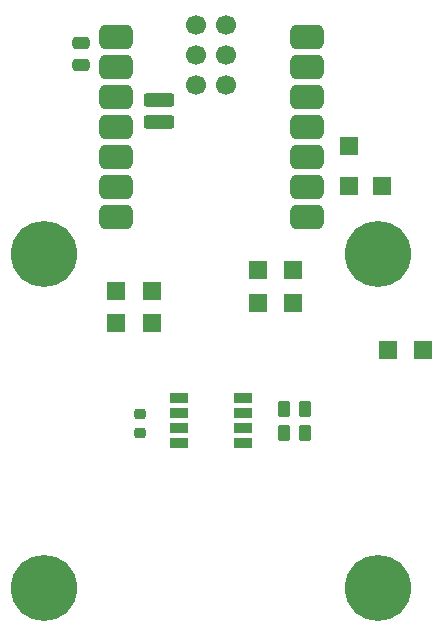
<source format=gbr>
%TF.GenerationSoftware,KiCad,Pcbnew,8.0.7*%
%TF.CreationDate,2024-12-28T18:39:16-05:00*%
%TF.ProjectId,nob,6e6f622e-6b69-4636-9164-5f7063625858,rev?*%
%TF.SameCoordinates,Original*%
%TF.FileFunction,Soldermask,Top*%
%TF.FilePolarity,Negative*%
%FSLAX46Y46*%
G04 Gerber Fmt 4.6, Leading zero omitted, Abs format (unit mm)*
G04 Created by KiCad (PCBNEW 8.0.7) date 2024-12-28 18:39:16*
%MOMM*%
%LPD*%
G01*
G04 APERTURE LIST*
G04 Aperture macros list*
%AMRoundRect*
0 Rectangle with rounded corners*
0 $1 Rounding radius*
0 $2 $3 $4 $5 $6 $7 $8 $9 X,Y pos of 4 corners*
0 Add a 4 corners polygon primitive as box body*
4,1,4,$2,$3,$4,$5,$6,$7,$8,$9,$2,$3,0*
0 Add four circle primitives for the rounded corners*
1,1,$1+$1,$2,$3*
1,1,$1+$1,$4,$5*
1,1,$1+$1,$6,$7*
1,1,$1+$1,$8,$9*
0 Add four rect primitives between the rounded corners*
20,1,$1+$1,$2,$3,$4,$5,0*
20,1,$1+$1,$4,$5,$6,$7,0*
20,1,$1+$1,$6,$7,$8,$9,0*
20,1,$1+$1,$8,$9,$2,$3,0*%
G04 Aperture macros list end*
%ADD10RoundRect,0.250000X0.550000X0.550000X-0.550000X0.550000X-0.550000X-0.550000X0.550000X-0.550000X0*%
%ADD11RoundRect,0.250000X-0.550000X-0.550000X0.550000X-0.550000X0.550000X0.550000X-0.550000X0.550000X0*%
%ADD12C,3.600000*%
%ADD13C,5.600000*%
%ADD14RoundRect,0.250000X0.262500X0.450000X-0.262500X0.450000X-0.262500X-0.450000X0.262500X-0.450000X0*%
%ADD15RoundRect,0.250000X0.475000X-0.250000X0.475000X0.250000X-0.475000X0.250000X-0.475000X-0.250000X0*%
%ADD16RoundRect,0.525400X-0.900400X-0.525400X0.900400X-0.525400X0.900400X0.525400X-0.900400X0.525400X0*%
%ADD17RoundRect,0.300400X1.000400X0.300400X-1.000400X0.300400X-1.000400X-0.300400X1.000400X-0.300400X0*%
%ADD18C,1.700000*%
%ADD19RoundRect,0.102000X-0.700000X0.300000X-0.700000X-0.300000X0.700000X-0.300000X0.700000X0.300000X0*%
%ADD20RoundRect,0.225000X-0.250000X0.225000X-0.250000X-0.225000X0.250000X-0.225000X0.250000X0.225000X0*%
%ADD21RoundRect,0.250000X-0.262500X-0.450000X0.262500X-0.450000X0.262500X0.450000X-0.262500X0.450000X0*%
G04 APERTURE END LIST*
D10*
%TO.C,G8*%
X137000000Y-60000000D03*
%TD*%
D11*
%TO.C,G9*%
X137000000Y-57250000D03*
%TD*%
D10*
%TO.C,P0*%
X141750000Y-50150000D03*
%TD*%
D12*
%TO.C,H3*%
X115857864Y-55857864D03*
D13*
X115857864Y-55857864D03*
%TD*%
D14*
%TO.C,R1*%
X138000000Y-69000000D03*
X136175000Y-69000000D03*
%TD*%
D15*
%TO.C,R3*%
X119000000Y-39900000D03*
X119000000Y-38000000D03*
%TD*%
D16*
%TO.C,U1*%
X122000000Y-37500000D03*
X122000000Y-40040000D03*
X122000000Y-42580000D03*
X122000000Y-45120000D03*
X122000000Y-47660000D03*
X122000000Y-50200000D03*
X122000000Y-52740000D03*
X138165000Y-52740000D03*
X138165000Y-50200000D03*
X138165000Y-47660000D03*
X138165000Y-45120000D03*
X138165000Y-42580000D03*
X138165000Y-40040000D03*
X138165000Y-37500000D03*
D17*
X125610000Y-44738000D03*
X125610000Y-42833000D03*
D18*
X128785000Y-36488000D03*
X131325000Y-36488000D03*
X128785000Y-39028000D03*
X131325000Y-39028000D03*
X128785000Y-41568000D03*
X131325000Y-41568000D03*
%TD*%
D12*
%TO.C,H2*%
X115857864Y-84142136D03*
D13*
X115857864Y-84142136D03*
%TD*%
D19*
%TO.C,U2*%
X127300000Y-68095000D03*
X127300000Y-69365000D03*
X127300000Y-70635000D03*
X127300000Y-71905000D03*
X132700000Y-71905000D03*
X132700000Y-70635000D03*
X132700000Y-69365000D03*
X132700000Y-68095000D03*
%TD*%
D11*
%TO.C,G2*%
X122000000Y-59000000D03*
%TD*%
D12*
%TO.C,H1*%
X144142136Y-84142136D03*
D13*
X144142136Y-84142136D03*
%TD*%
D11*
%TO.C,G3*%
X125000000Y-61750000D03*
%TD*%
D20*
%TO.C,C1*%
X124000000Y-69450000D03*
X124000000Y-71000000D03*
%TD*%
D10*
%TO.C,G7*%
X134000000Y-60000000D03*
%TD*%
D11*
%TO.C,P1.5*%
X144500000Y-50150000D03*
%TD*%
%TO.C,G10*%
X134000000Y-57250000D03*
%TD*%
%TO.C,P10*%
X122000000Y-61750000D03*
%TD*%
D12*
%TO.C,H4*%
X144142136Y-55857864D03*
D13*
X144142136Y-55857864D03*
%TD*%
D11*
%TO.C,G4*%
X125000000Y-59000000D03*
%TD*%
D21*
%TO.C,R2*%
X136175000Y-71000000D03*
X138000000Y-71000000D03*
%TD*%
D10*
%TO.C,P1*%
X141750000Y-46750000D03*
%TD*%
D11*
%TO.C,BAT_P1*%
X145000000Y-64000000D03*
%TD*%
%TO.C,BAT_N1*%
X148000000Y-64000000D03*
%TD*%
M02*

</source>
